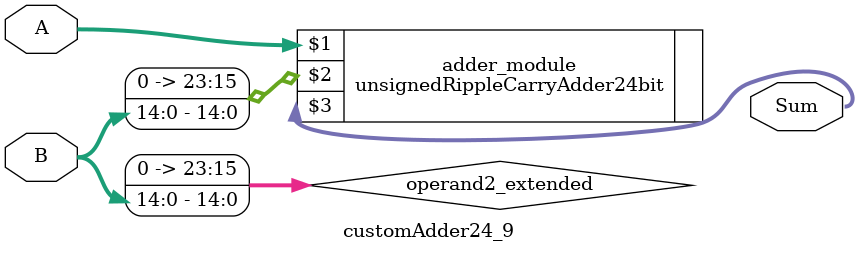
<source format=v>

module customAdder24_9(
                    input [23 : 0] A,
                    input [14 : 0] B,
                    
                    output [24 : 0] Sum
            );

    wire [23 : 0] operand2_extended;
    
    assign operand2_extended =  {9'b0, B};
    
    unsignedRippleCarryAdder24bit adder_module(
        A,
        operand2_extended,
        Sum
    );
    
endmodule
        
</source>
